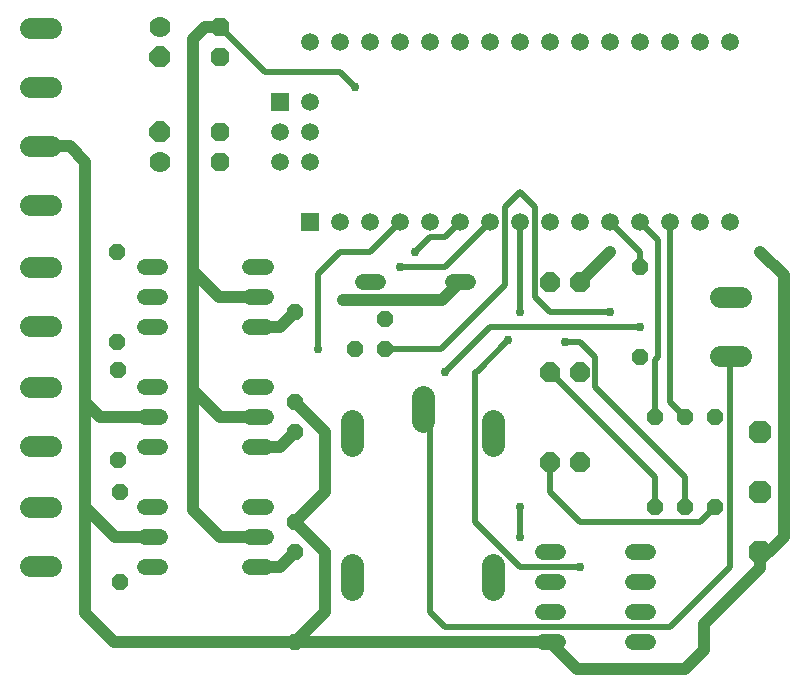
<source format=gbr>
G04 EAGLE Gerber X2 export*
%TF.Part,Single*%
%TF.FileFunction,Copper,L1,Top,Mixed*%
%TF.FilePolarity,Positive*%
%TF.GenerationSoftware,Autodesk,EAGLE,8.7.0*%
%TF.CreationDate,2018-10-16T22:36:03Z*%
G75*
%MOMM*%
%FSLAX34Y34*%
%LPD*%
%AMOC8*
5,1,8,0,0,1.08239X$1,22.5*%
G01*
%ADD10P,2.089446X8X112.500000*%
%ADD11C,1.790700*%
%ADD12P,1.924489X8X292.500000*%
%ADD13C,1.778000*%
%ADD14P,1.732040X8X292.500000*%
%ADD15P,1.924489X8X112.500000*%
%ADD16P,1.732040X8X112.500000*%
%ADD17C,1.320800*%
%ADD18C,1.981200*%
%ADD19P,1.814519X8X22.500000*%
%ADD20R,1.508000X1.508000*%
%ADD21C,1.508000*%
%ADD22P,1.429621X8X112.500000*%
%ADD23P,1.429621X8X292.500000*%
%ADD24P,1.429621X8X22.500000*%
%ADD25C,1.016000*%
%ADD26C,0.756400*%
%ADD27C,0.508000*%


D10*
X660400Y215900D03*
X660400Y165100D03*
D11*
X59754Y253600D02*
X41847Y253600D01*
X41847Y203600D02*
X59754Y203600D01*
D12*
X152400Y533400D03*
D13*
X152400Y558800D03*
D14*
X203200Y558800D03*
X203200Y533400D03*
D15*
X152400Y469900D03*
D13*
X152400Y444500D03*
D16*
X203200Y444500D03*
X203200Y469900D03*
D11*
X59754Y355200D02*
X41847Y355200D01*
X41847Y305200D02*
X59754Y305200D01*
D17*
X399796Y342900D02*
X413004Y342900D01*
X336804Y342900D02*
X323596Y342900D01*
D10*
X660400Y114300D03*
D18*
X374650Y225044D02*
X374650Y244856D01*
X314960Y224536D02*
X314960Y204724D01*
X434340Y204724D02*
X434340Y224536D01*
X434340Y102616D02*
X434340Y82804D01*
X314960Y82804D02*
X314960Y102616D01*
D19*
X482600Y190500D03*
X508000Y190500D03*
X482600Y266700D03*
X508000Y266700D03*
X482600Y342900D03*
X508000Y342900D03*
D11*
X626047Y279800D02*
X643954Y279800D01*
X643954Y329800D02*
X626047Y329800D01*
D20*
X279400Y393700D03*
D21*
X304800Y393700D03*
X330200Y393700D03*
X355600Y393700D03*
X381000Y393700D03*
X406400Y393700D03*
X431800Y393700D03*
X457200Y393700D03*
X482600Y393700D03*
X508000Y393700D03*
X533400Y393700D03*
X558800Y393700D03*
X279400Y546100D03*
X304800Y546100D03*
X330200Y546100D03*
X355600Y546100D03*
X381000Y546100D03*
X406400Y546100D03*
X457200Y546100D03*
X482600Y546100D03*
X533400Y546100D03*
X558800Y546100D03*
X508000Y546100D03*
X431800Y546100D03*
X584200Y393700D03*
X609600Y393700D03*
X635000Y393700D03*
X584200Y546100D03*
X609600Y546100D03*
X635000Y546100D03*
D20*
X254000Y495300D03*
D21*
X279400Y495300D03*
X254000Y469900D03*
X279400Y469900D03*
X254000Y444500D03*
X279400Y444500D03*
D17*
X152400Y152400D02*
X139192Y152400D01*
X139192Y127000D02*
X152400Y127000D01*
X228600Y127000D02*
X241808Y127000D01*
X241808Y152400D02*
X228600Y152400D01*
X152400Y101600D02*
X139192Y101600D01*
X228600Y101600D02*
X241808Y101600D01*
X152400Y254000D02*
X139192Y254000D01*
X139192Y228600D02*
X152400Y228600D01*
X228600Y228600D02*
X241808Y228600D01*
X241808Y254000D02*
X228600Y254000D01*
X152400Y203200D02*
X139192Y203200D01*
X228600Y203200D02*
X241808Y203200D01*
X152400Y355600D02*
X139192Y355600D01*
X139192Y330200D02*
X152400Y330200D01*
X228600Y330200D02*
X241808Y330200D01*
X241808Y355600D02*
X228600Y355600D01*
X152400Y304800D02*
X139192Y304800D01*
X228600Y304800D02*
X241808Y304800D01*
D22*
X118110Y88900D03*
X118110Y165100D03*
X596900Y152400D03*
X596900Y228600D03*
X266700Y38100D03*
X266700Y114300D03*
X116840Y191770D03*
X116840Y267970D03*
X266700Y139700D03*
X266700Y215900D03*
X115570Y292100D03*
X115570Y368300D03*
X266700Y241300D03*
X266700Y317500D03*
D23*
X558800Y355600D03*
X558800Y279400D03*
D22*
X622300Y152400D03*
X622300Y228600D03*
X571500Y152400D03*
X571500Y228600D03*
D11*
X59754Y152000D02*
X41847Y152000D01*
X41847Y102000D02*
X59754Y102000D01*
D24*
X317500Y285750D03*
X342900Y285750D03*
X342900Y311150D03*
D17*
X475996Y114300D02*
X489204Y114300D01*
X489204Y88900D02*
X475996Y88900D01*
X552196Y88900D02*
X565404Y88900D01*
X565404Y114300D02*
X552196Y114300D01*
X489204Y63500D02*
X475996Y63500D01*
X475996Y38100D02*
X489204Y38100D01*
X552196Y63500D02*
X565404Y63500D01*
X565404Y38100D02*
X552196Y38100D01*
D11*
X59754Y557600D02*
X41847Y557600D01*
X41847Y507600D02*
X59754Y507600D01*
X59754Y457600D02*
X41847Y457600D01*
X41847Y407600D02*
X59754Y407600D01*
D25*
X391160Y327660D02*
X406400Y342900D01*
X391160Y327660D02*
X307340Y327660D01*
D26*
X307340Y327660D03*
X88900Y342900D03*
D25*
X88900Y444500D01*
X75800Y457600D02*
X50800Y457600D01*
X75800Y457600D02*
X88900Y444500D01*
X114300Y127000D02*
X152400Y127000D01*
X114300Y127000D02*
X88900Y152400D01*
X88900Y241300D01*
X88900Y342900D01*
X101600Y228600D02*
X152400Y228600D01*
X101600Y228600D02*
X88900Y241300D01*
X113030Y38100D02*
X266700Y38100D01*
X113030Y38100D02*
X88900Y62230D01*
X88900Y152400D01*
X266700Y139700D02*
X292100Y114300D01*
X292100Y63500D01*
X266700Y38100D01*
X292100Y215900D02*
X266700Y241300D01*
X292100Y215900D02*
X292100Y165100D01*
X266700Y139700D01*
D27*
X330200Y368300D02*
X355600Y393700D01*
X330200Y368300D02*
X304800Y368300D01*
X285750Y349250D01*
X285750Y285750D01*
D26*
X285750Y285750D03*
D25*
X266700Y38100D02*
X482600Y38100D01*
X508000Y342900D02*
X533400Y368300D01*
D26*
X533400Y368300D03*
X660400Y368300D03*
D25*
X679960Y348740D01*
X679960Y292100D01*
X679960Y127000D01*
X667260Y114300D01*
X660400Y114300D01*
X660400Y100637D01*
X612460Y52697D01*
X612460Y30800D01*
X596900Y15240D01*
X505460Y15240D01*
X482600Y38100D01*
X228600Y330200D02*
X201930Y330200D01*
X180340Y351790D01*
X180340Y548640D01*
X190500Y558800D01*
X203200Y558800D01*
X203200Y127000D02*
X228600Y127000D01*
X203200Y127000D02*
X180340Y149860D01*
X180340Y251460D01*
X180340Y351790D01*
X203200Y228600D02*
X228600Y228600D01*
X203200Y228600D02*
X180340Y251460D01*
D26*
X317500Y508000D03*
D27*
X304800Y520700D01*
X241300Y520700D01*
X203200Y558800D01*
D25*
X228600Y304800D02*
X254000Y304800D01*
X266700Y317500D01*
D26*
X355600Y355600D03*
D27*
X393700Y355600D01*
X431800Y393700D01*
X457200Y393700D02*
X457200Y317500D01*
D26*
X457200Y317500D03*
X457200Y152400D03*
D27*
X457200Y127000D01*
D26*
X457200Y127000D03*
X508000Y101600D03*
D27*
X457200Y101600D01*
X419100Y139700D02*
X419100Y266700D01*
X420370Y266700D01*
X447040Y293370D01*
D26*
X447040Y293370D03*
D27*
X419100Y139700D02*
X457200Y101600D01*
D25*
X254000Y101600D02*
X228600Y101600D01*
X254000Y101600D02*
X266700Y114300D01*
X254000Y203200D02*
X228600Y203200D01*
X254000Y203200D02*
X266700Y215900D01*
D26*
X368300Y368300D03*
D27*
X381000Y381000D01*
X393700Y381000D01*
X406400Y393700D01*
D26*
X533400Y317500D03*
D27*
X482600Y317500D01*
X469900Y330200D01*
X469900Y406400D01*
X457200Y419100D01*
X444500Y406400D01*
X444500Y340360D01*
X389890Y285750D01*
X342900Y285750D01*
X533400Y393700D02*
X558800Y368300D01*
X558800Y355600D01*
D26*
X393700Y266700D03*
D27*
X431800Y304800D01*
X558800Y304800D01*
D26*
X558800Y304800D03*
D27*
X381000Y228600D02*
X374650Y234950D01*
X381000Y228600D02*
X381000Y63500D01*
X393700Y50800D01*
X584200Y50800D01*
X635000Y101600D01*
X635000Y279800D01*
X622300Y152400D02*
X609600Y139700D01*
X508000Y139700D01*
X482600Y165100D01*
X482600Y190500D01*
X482600Y266700D02*
X571500Y177800D01*
X571500Y152400D01*
X596900Y152400D02*
X596900Y177800D01*
X520700Y254000D01*
X520700Y279400D01*
X508000Y292100D01*
X495300Y292100D01*
D26*
X495300Y292100D03*
D27*
X574040Y378460D02*
X558800Y393700D01*
X574040Y378460D02*
X574040Y279400D01*
X571500Y276860D01*
X571500Y228600D01*
X584200Y241300D02*
X596900Y228600D01*
X584200Y241300D02*
X584200Y393700D01*
M02*

</source>
